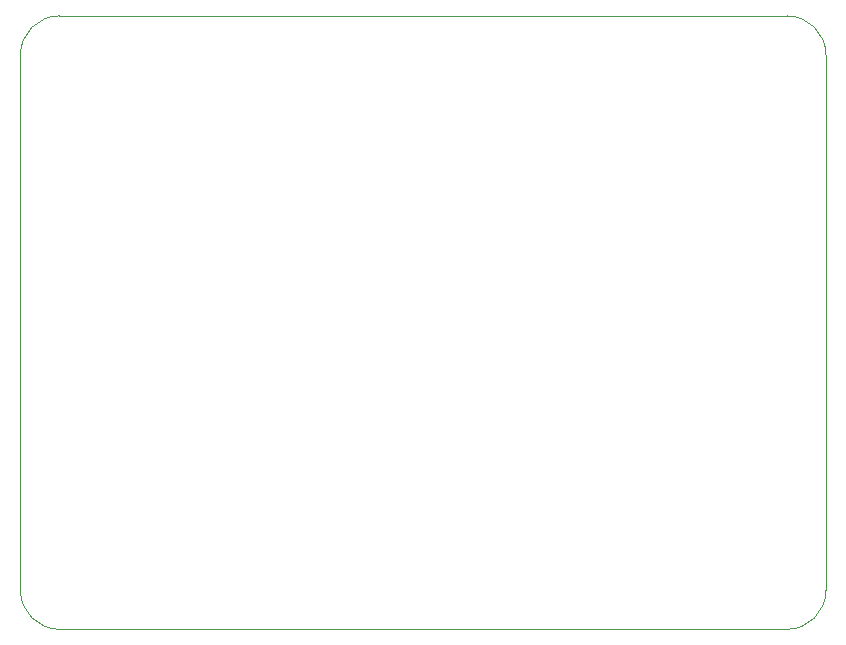
<source format=gbr>
%TF.GenerationSoftware,KiCad,Pcbnew,7.0.10*%
%TF.CreationDate,2024-03-10T15:03:06+01:00*%
%TF.ProjectId,dmg-gbc-cartridge-reader,646d672d-6762-4632-9d63-617274726964,rev?*%
%TF.SameCoordinates,Original*%
%TF.FileFunction,Profile,NP*%
%FSLAX46Y46*%
G04 Gerber Fmt 4.6, Leading zero omitted, Abs format (unit mm)*
G04 Created by KiCad (PCBNEW 7.0.10) date 2024-03-10 15:03:06*
%MOMM*%
%LPD*%
G01*
G04 APERTURE LIST*
%TA.AperFunction,Profile*%
%ADD10C,0.050000*%
%TD*%
G04 APERTURE END LIST*
D10*
X43307000Y-50927000D02*
G75*
G03*
X40005000Y-54229000I0J-3302000D01*
G01*
X104902000Y-50927000D02*
X43307000Y-50927000D01*
X104902000Y-102870000D02*
X43307000Y-102870000D01*
X40005000Y-98425000D02*
X40005000Y-99568000D01*
X104902000Y-102870000D02*
G75*
G03*
X108204000Y-99568000I0J3302000D01*
G01*
X108204000Y-54229000D02*
X108204000Y-93980000D01*
X40005000Y-54229000D02*
X40005000Y-98425000D01*
X40005000Y-99568000D02*
G75*
G03*
X43307000Y-102870000I3302000J0D01*
G01*
X108204000Y-93980000D02*
X108204000Y-99568000D01*
X108204000Y-54229000D02*
G75*
G03*
X104902000Y-50927000I-3302000J0D01*
G01*
M02*

</source>
